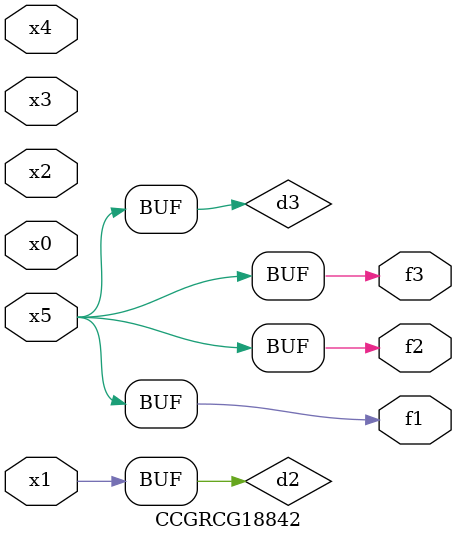
<source format=v>
module CCGRCG18842(
	input x0, x1, x2, x3, x4, x5,
	output f1, f2, f3
);

	wire d1, d2, d3;

	not (d1, x5);
	or (d2, x1);
	xnor (d3, d1);
	assign f1 = d3;
	assign f2 = d3;
	assign f3 = d3;
endmodule

</source>
